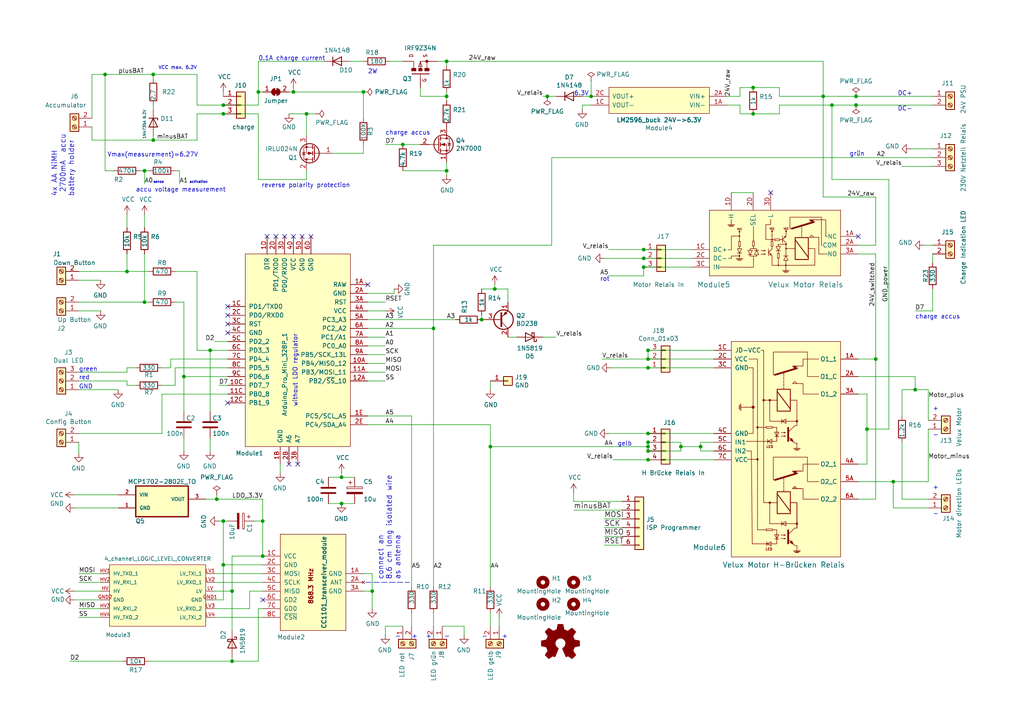
<source format=kicad_sch>
(kicad_sch (version 20211123) (generator eeschema)
  (paper "A4")
  (title_block (title "HM-LC-Bl1-FM_DG") (date "2023-07-14") (rev "1.2") (company "FUEL4EP") (comment 1 "24V Polwendeaktor für VELUX Rolladen AsksinPP PCB") (comment 2 "Creative Commons License, non-commercial") (comment 3 "Vorsicht 230V: Nutzung auf eigene Gefahr") (comment 4 "Nur für ausgebildete Elektrofachleute"))
  (junction (at 139.7 92.71))
  (junction (at 53.34 109.22))
  (junction (at 62.865 144.78))
  (junction (at 187.96 133.35))
  (junction (at 76.2 161.29))
  (junction (at 186.69 77.47))
  (junction (at 88.9 33.02))
  (junction (at 44.45 40.64))
  (junction (at 187.96 130.81))
  (junction (at 187.96 106.68))
  (junction (at 67.31 171.45))
  (junction (at 60.96 101.6))
  (junction (at 76.2 151.13))
  (junction (at 44.45 21.59))
  (junction (at 187.96 129.54))
  (junction (at 142.24 129.54))
  (junction (at 218.44 25.4))
  (junction (at 64.77 163.83))
  (junction (at 187.96 104.14))
  (junction (at 129.54 27.94))
  (junction (at 248.285 30.48))
  (junction (at 265.43 113.03))
  (junction (at 41.91 49.53))
  (junction (at 143.51 83.82))
  (junction (at 254 104.14))
  (junction (at 30.48 21.59))
  (junction (at 187.96 128.27))
  (junction (at 36.83 78.74))
  (junction (at 241.3 30.48))
  (junction (at 203.2 129.54))
  (junction (at 105.41 26.67))
  (junction (at 251.46 124.46))
  (junction (at 107.95 171.45))
  (junction (at 67.31 191.77))
  (junction (at 116.84 41.91))
  (junction (at 64.77 30.48))
  (junction (at 218.44 33.02))
  (junction (at 158.75 27.94))
  (junction (at 197.485 129.54))
  (junction (at 99.06 146.05))
  (junction (at 125.73 95.25))
  (junction (at 85.09 26.67))
  (junction (at 129.54 49.53))
  (junction (at 187.96 101.6))
  (junction (at 259.08 139.7))
  (junction (at 186.69 74.93))
  (junction (at 238.76 27.94))
  (junction (at 64.77 33.02))
  (junction (at 187.96 125.73))
  (junction (at 129.54 17.78))
  (junction (at 74.93 26.67))
  (junction (at 64.77 151.13))
  (junction (at 171.45 27.94))
  (junction (at 99.06 138.43))
  (junction (at 248.285 27.94))
  (junction (at 41.91 87.63))
  (junction (at 186.69 72.39))
  (no_connect (at 66.04 88.9))
  (no_connect (at 66.04 96.52))
  (no_connect (at 85.09 68.58))
  (no_connect (at 106.68 82.55))
  (no_connect (at 82.55 68.58))
  (no_connect (at 90.17 68.58))
  (no_connect (at 80.01 68.58))
  (no_connect (at 66.04 91.44))
  (no_connect (at 223.52 55.88))
  (no_connect (at 76.2 173.99))
  (no_connect (at 77.47 68.58))
  (no_connect (at 248.92 68.58))
  (no_connect (at 86.36 134.62))
  (no_connect (at 66.04 116.84))
  (no_connect (at 66.04 93.98))
  (no_connect (at 87.63 68.58))
  (no_connect (at 83.82 134.62))
  (wire (pts (xy 129.54 27.94) (xy 129.54 29.21)))
  (wire (pts (xy 43.18 191.77) (xy 67.31 191.77)))
  (wire (pts (xy 187.96 125.73) (xy 207.01 125.73)))
  (wire (pts (xy 238.76 27.94) (xy 248.285 27.94)))
  (wire (pts (xy 161.29 97.79) (xy 157.48 97.79)))
  (wire (pts (xy 119.38 181.61) (xy 119.38 177.8)))
  (wire (pts (xy 128.27 181.61) (xy 134.62 181.61)))
  (wire (pts (xy 265.43 109.22) (xy 265.43 113.03)))
  (wire (pts (xy 39.37 111.76) (xy 36.83 111.76)))
  (wire (pts (xy 62.23 179.07) (xy 76.2 179.07)))
  (wire (pts (xy 248.92 109.22) (xy 265.43 109.22)))
  (wire (pts (xy 76.2 161.29) (xy 76.2 151.13)))
  (wire (pts (xy 59.69 144.78) (xy 62.865 144.78)))
  (wire (pts (xy 22.86 125.73) (xy 46.99 125.73)))
  (wire (pts (xy 21.59 143.51) (xy 34.29 143.51)))
  (wire (pts (xy 29.21 176.53) (xy 22.86 176.53)))
  (wire (pts (xy 218.44 33.02) (xy 226.06 33.02)))
  (wire (pts (xy 144.78 179.07) (xy 144.78 181.61)))
  (wire (pts (xy 187.96 106.68) (xy 207.01 106.68)))
  (wire (pts (xy 226.06 27.94) (xy 238.76 27.94)))
  (wire (pts (xy 254 104.14) (xy 254 73.66)))
  (wire (pts (xy 238.76 17.78) (xy 238.76 27.94)))
  (wire (pts (xy 74.93 26.67) (xy 74.93 30.48)))
  (wire (pts (xy 67.31 161.29) (xy 76.2 161.29)))
  (wire (pts (xy 30.48 49.53) (xy 30.48 21.59)))
  (wire (pts (xy 44.45 30.48) (xy 44.45 31.75)))
  (wire (pts (xy 106.68 85.09) (xy 114.3 85.09)))
  (wire (pts (xy 143.51 83.82) (xy 147.32 83.82)))
  (wire (pts (xy 187.96 104.14) (xy 207.01 104.14)))
  (wire (pts (xy 99.06 138.43) (xy 102.87 138.43)))
  (wire (pts (xy 76.2 176.53) (xy 74.93 176.53)))
  (wire (pts (xy 30.48 21.59) (xy 44.45 21.59)))
  (wire (pts (xy 125.73 71.12) (xy 125.73 95.25)))
  (wire (pts (xy 60.96 119.38) (xy 60.96 101.6)))
  (wire (pts (xy 171.45 23.495) (xy 171.45 27.94)))
  (wire (pts (xy 50.8 106.68) (xy 50.8 111.76)))
  (wire (pts (xy 44.45 22.86) (xy 44.45 21.59)))
  (wire (pts (xy 134.62 181.61) (xy 134.62 184.15)))
  (wire (pts (xy 41.91 62.23) (xy 41.91 66.04)))
  (wire (pts (xy 214.63 27.94) (xy 214.63 25.4)))
  (wire (pts (xy 76.2 168.91) (xy 62.23 168.91)))
  (wire (pts (xy 66.04 151.13) (xy 64.77 151.13)))
  (wire (pts (xy 160.02 71.12) (xy 160.02 45.72)))
  (wire (pts (xy 46.99 106.68) (xy 49.53 106.68)))
  (wire (pts (xy 95.25 138.43) (xy 99.06 138.43)))
  (wire (pts (xy 111.76 181.61) (xy 111.76 184.15)))
  (wire (pts (xy 248.92 71.12) (xy 254 71.12)))
  (wire (pts (xy 180.34 145.415) (xy 166.37 145.415)))
  (wire (pts (xy 129.54 17.78) (xy 238.76 17.78)))
  (wire (pts (xy 41.91 49.53) (xy 41.91 53.34)))
  (wire (pts (xy 49.53 104.14) (xy 66.04 104.14)))
  (wire (pts (xy 35.56 191.77) (xy 20.32 191.77)))
  (wire (pts (xy 64.77 33.02) (xy 57.15 33.02)))
  (wire (pts (xy 74.93 17.78) (xy 74.93 26.67)))
  (wire (pts (xy 57.15 78.74) (xy 57.15 101.6)))
  (wire (pts (xy 26.67 40.64) (xy 26.67 36.83)))
  (wire (pts (xy 147.32 83.82) (xy 147.32 87.63)))
  (wire (pts (xy 270.51 73.66) (xy 270.51 76.2)))
  (wire (pts (xy 106.68 120.65) (xy 119.38 120.65)))
  (wire (pts (xy 248.92 114.3) (xy 251.46 114.3)))
  (wire (pts (xy 259.08 139.7) (xy 269.24 139.7)))
  (wire (pts (xy 180.34 158.115) (xy 175.26 158.115)))
  (wire (pts (xy 41.91 49.53) (xy 43.18 49.53)))
  (wire (pts (xy 248.92 139.7) (xy 259.08 139.7)))
  (wire (pts (xy 139.7 83.82) (xy 143.51 83.82)))
  (wire (pts (xy 64.77 173.99) (xy 62.23 173.99)))
  (wire (pts (xy 142.24 177.8) (xy 142.24 181.61)))
  (wire (pts (xy 166.37 147.955) (xy 180.34 147.955)))
  (wire (pts (xy 257.81 124.46) (xy 251.46 124.46)))
  (wire (pts (xy 57.15 40.64) (xy 44.45 40.64)))
  (wire (pts (xy 22.86 90.17) (xy 29.21 90.17)))
  (wire (pts (xy 64.77 151.13) (xy 63.5 151.13)))
  (wire (pts (xy 125.73 177.8) (xy 125.73 181.61)))
  (wire (pts (xy 57.15 21.59) (xy 57.15 30.48)))
  (wire (pts (xy 241.3 52.07) (xy 241.3 30.48)))
  (wire (pts (xy 26.67 21.59) (xy 30.48 21.59)))
  (wire (pts (xy 269.24 113.03) (xy 269.24 121.92)))
  (wire (pts (xy 270.51 43.18) (xy 264.16 43.18)))
  (wire (pts (xy 171.45 30.48) (xy 168.91 30.48)))
  (wire (pts (xy 99.06 146.05) (xy 102.87 146.05)))
  (wire (pts (xy 76.2 144.78) (xy 76.2 151.13)))
  (wire (pts (xy 187.96 101.6) (xy 187.96 104.14)))
  (wire (pts (xy 248.285 30.48) (xy 270.51 30.48)))
  (wire (pts (xy 22.86 78.74) (xy 36.83 78.74)))
  (wire (pts (xy 105.41 166.37) (xy 107.95 166.37)))
  (wire (pts (xy 186.69 74.93) (xy 200.66 74.93)))
  (wire (pts (xy 116.84 41.91) (xy 111.76 41.91)))
  (wire (pts (xy 57.15 101.6) (xy 60.96 101.6)))
  (wire (pts (xy 74.93 52.07) (xy 88.9 52.07)))
  (wire (pts (xy 26.67 34.29) (xy 26.67 21.59)))
  (wire (pts (xy 114.3 83.82) (xy 114.3 85.09)))
  (wire (pts (xy 105.41 41.91) (xy 105.41 44.45)))
  (wire (pts (xy 270.51 90.17) (xy 265.43 90.17)))
  (wire (pts (xy 66.04 99.06) (xy 62.23 99.06)))
  (wire (pts (xy 254 104.14) (xy 254 144.78)))
  (wire (pts (xy 36.83 62.23) (xy 36.83 66.04)))
  (wire (pts (xy 95.25 146.05) (xy 99.06 146.05)))
  (wire (pts (xy 139.7 91.44) (xy 139.7 92.71)))
  (wire (pts (xy 121.92 27.94) (xy 121.92 25.4)))
  (wire (pts (xy 106.68 110.49) (xy 111.76 110.49)))
  (wire (pts (xy 142.24 170.18) (xy 142.24 129.54)))
  (wire (pts (xy 261.62 144.78) (xy 269.24 144.78)))
  (wire (pts (xy 177.165 106.68) (xy 187.96 106.68)))
  (wire (pts (xy 207.01 101.6) (xy 187.96 101.6)))
  (wire (pts (xy 168.91 27.94) (xy 171.45 27.94)))
  (wire (pts (xy 72.39 176.53) (xy 62.23 176.53)))
  (wire (pts (xy 83.82 26.67) (xy 85.09 26.67)))
  (wire (pts (xy 85.09 26.67) (xy 105.41 26.67)))
  (wire (pts (xy 168.91 30.48) (xy 168.91 31.75)))
  (wire (pts (xy 36.83 73.66) (xy 36.83 78.74)))
  (wire (pts (xy 41.91 73.66) (xy 41.91 87.63)))
  (wire (pts (xy 212.09 55.88) (xy 218.44 55.88)))
  (wire (pts (xy 64.77 163.83) (xy 64.77 151.13)))
  (wire (pts (xy 203.2 129.54) (xy 197.485 129.54)))
  (wire (pts (xy 29.21 166.37) (xy 22.86 166.37)))
  (wire (pts (xy 44.45 40.64) (xy 26.67 40.64)))
  (wire (pts (xy 186.69 77.47) (xy 200.66 77.47)))
  (wire (pts (xy 67.31 191.77) (xy 74.93 191.77)))
  (wire (pts (xy 44.45 39.37) (xy 44.45 40.64)))
  (wire (pts (xy 106.68 107.95) (xy 111.76 107.95)))
  (wire (pts (xy 105.41 171.45) (xy 107.95 171.45)))
  (wire (pts (xy 238.76 57.15) (xy 238.76 27.94)))
  (wire (pts (xy 36.83 110.49) (xy 36.83 111.76)))
  (wire (pts (xy 76.2 163.83) (xy 64.77 163.83)))
  (wire (pts (xy 187.96 133.35) (xy 177.8 133.35)))
  (wire (pts (xy 218.44 25.4) (xy 226.06 25.4)))
  (wire (pts (xy 187.96 129.54) (xy 187.96 130.81)))
  (wire (pts (xy 176.53 72.39) (xy 186.69 72.39)))
  (wire (pts (xy 53.34 127) (xy 53.34 130.81)))
  (wire (pts (xy 29.21 179.07) (xy 22.86 179.07)))
  (wire (pts (xy 106.68 95.25) (xy 125.73 95.25)))
  (wire (pts (xy 29.21 168.91) (xy 22.86 168.91)))
  (wire (pts (xy 176.53 125.73) (xy 187.96 125.73)))
  (wire (pts (xy 46.99 114.3) (xy 46.99 125.73)))
  (wire (pts (xy 30.48 49.53) (xy 33.02 49.53)))
  (wire (pts (xy 160.02 45.72) (xy 270.51 45.72)))
  (wire (pts (xy 57.15 30.48) (xy 64.77 30.48)))
  (wire (pts (xy 22.86 87.63) (xy 41.91 87.63)))
  (wire (pts (xy 116.84 17.78) (xy 113.03 17.78)))
  (wire (pts (xy 197.485 130.81) (xy 197.485 129.54)))
  (wire (pts (xy 241.3 30.48) (xy 248.285 30.48)))
  (wire (pts (xy 175.26 74.93) (xy 186.69 74.93)))
  (wire (pts (xy 270.51 71.12) (xy 267.97 71.12)))
  (wire (pts (xy 270.51 83.82) (xy 270.51 90.17)))
  (wire (pts (xy 214.63 33.02) (xy 214.63 30.48)))
  (wire (pts (xy 76.2 171.45) (xy 72.39 171.45)))
  (wire (pts (xy 186.69 80.01) (xy 176.53 80.01)))
  (wire (pts (xy 116.84 49.53) (xy 129.54 49.53)))
  (wire (pts (xy 67.31 190.5) (xy 67.31 191.77)))
  (wire (pts (xy 88.9 49.53) (xy 88.9 52.07)))
  (wire (pts (xy 187.96 128.27) (xy 197.485 128.27)))
  (wire (pts (xy 226.06 30.48) (xy 241.3 30.48)))
  (wire (pts (xy 53.34 109.22) (xy 53.34 119.38)))
  (wire (pts (xy 107.95 171.45) (xy 107.95 176.53)))
  (wire (pts (xy 226.06 27.94) (xy 226.06 25.4)))
  (wire (pts (xy 22.86 107.95) (xy 36.83 107.95)))
  (polyline (pts (xy 106.045 168.91) (xy 118.745 168.91)))
  (wire (pts (xy 22.86 128.27) (xy 22.86 131.445)))
  (wire (pts (xy 107.95 166.37) (xy 107.95 171.45)))
  (wire (pts (xy 261.62 113.03) (xy 265.43 113.03)))
  (wire (pts (xy 187.96 130.81) (xy 197.485 130.81)))
  (wire (pts (xy 105.41 17.78) (xy 101.6 17.78)))
  (wire (pts (xy 210.82 27.94) (xy 214.63 27.94)))
  (wire (pts (xy 66.04 114.3) (xy 46.99 114.3)))
  (wire (pts (xy 127 17.78) (xy 129.54 17.78)))
  (wire (pts (xy 187.96 128.27) (xy 187.96 129.54)))
  (wire (pts (xy 106.68 97.79) (xy 111.76 97.79)))
  (wire (pts (xy 180.34 153.035) (xy 175.26 153.035)))
  (wire (pts (xy 106.68 87.63) (xy 111.76 87.63)))
  (wire (pts (xy 36.83 107.95) (xy 36.83 106.68)))
  (wire (pts (xy 64.77 30.48) (xy 74.93 30.48)))
  (wire (pts (xy 142.24 129.54) (xy 187.96 129.54)))
  (wire (pts (xy 203.2 130.81) (xy 207.01 130.81)))
  (wire (pts (xy 265.43 113.03) (xy 269.24 113.03)))
  (wire (pts (xy 161.29 27.94) (xy 158.75 27.94)))
  (wire (pts (xy 106.68 92.71) (xy 132.08 92.71)))
  (wire (pts (xy 248.92 104.14) (xy 254 104.14)))
  (wire (pts (xy 149.86 97.79) (xy 147.32 97.79)))
  (wire (pts (xy 203.2 129.54) (xy 203.2 130.81)))
  (wire (pts (xy 218.44 33.02) (xy 214.63 33.02)))
  (wire (pts (xy 88.9 33.02) (xy 91.44 33.02)))
  (wire (pts (xy 186.69 77.47) (xy 186.69 80.01)))
  (wire (pts (xy 254 71.12) (xy 254 57.15)))
  (wire (pts (xy 34.29 113.03) (xy 22.86 113.03)))
  (wire (pts (xy 125.73 170.18) (xy 125.73 95.25)))
  (wire (pts (xy 203.2 128.27) (xy 203.2 129.54)))
  (wire (pts (xy 76.2 166.37) (xy 62.23 166.37)))
  (wire (pts (xy 76.2 26.67) (xy 74.93 26.67)))
  (wire (pts (xy 261.62 120.65) (xy 261.62 113.03)))
  (wire (pts (xy 60.96 101.6) (xy 66.04 101.6)))
  (wire (pts (xy 116.84 181.61) (xy 111.76 181.61)))
  (wire (pts (xy 121.92 41.91) (xy 116.84 41.91)))
  (wire (pts (xy 74.93 33.02) (xy 64.77 33.02)))
  (wire (pts (xy 106.68 100.33) (xy 111.76 100.33)))
  (wire (pts (xy 44.45 21.59) (xy 57.15 21.59)))
  (wire (pts (xy 214.63 30.48) (xy 210.82 30.48)))
  (wire (pts (xy 50.8 111.76) (xy 46.99 111.76)))
  (wire (pts (xy 67.31 171.45) (xy 62.23 171.45)))
  (wire (pts (xy 53.34 109.22) (xy 53.34 87.63)))
  (wire (pts (xy 248.285 27.94) (xy 270.51 27.94)))
  (wire (pts (xy 53.34 87.63) (xy 50.8 87.63)))
  (wire (pts (xy 64.77 26.67) (xy 64.77 27.94)))
  (wire (pts (xy 52.07 49.53) (xy 52.07 53.34)))
  (wire (pts (xy 197.485 129.54) (xy 197.485 128.27)))
  (wire (pts (xy 125.73 71.12) (xy 160.02 71.12)))
  (wire (pts (xy 106.68 102.87) (xy 111.76 102.87)))
  (wire (pts (xy 186.69 72.39) (xy 200.66 72.39)))
  (wire (pts (xy 129.54 19.05) (xy 129.54 17.78)))
  (wire (pts (xy 60.96 127) (xy 60.96 130.81)))
  (wire (pts (xy 106.68 90.17) (xy 111.76 90.17)))
  (wire (pts (xy 34.29 147.32) (xy 21.59 147.32)))
  (wire (pts (xy 39.37 106.68) (xy 36.83 106.68)))
  (wire (pts (xy 106.68 123.19) (xy 142.24 123.19)))
  (wire (pts (xy 269.24 147.32) (xy 259.08 147.32)))
  (wire (pts (xy 50.8 78.74) (xy 57.15 78.74)))
  (wire (pts (xy 43.18 78.74) (xy 36.83 78.74)))
  (wire (pts (xy 22.86 81.28) (xy 29.21 81.28)))
  (wire (pts (xy 254 144.78) (xy 248.92 144.78)))
  (wire (pts (xy 72.39 171.45) (xy 72.39 176.53)))
  (wire (pts (xy 74.93 33.02) (xy 74.93 52.07)))
  (wire (pts (xy 142.24 113.03) (xy 142.24 110.49)))
  (wire (pts (xy 174.625 104.14) (xy 187.96 104.14)))
  (wire (pts (xy 50.8 49.53) (xy 52.07 49.53)))
  (wire (pts (xy 105.41 34.29) (xy 105.41 26.67)))
  (wire (pts (xy 66.04 111.76) (xy 63.5 111.76)))
  (wire (pts (xy 187.96 133.35) (xy 207.01 133.35)))
  (wire (pts (xy 66.04 106.68) (xy 50.8 106.68)))
  (wire (pts (xy 257.81 52.07) (xy 257.81 124.46)))
  (wire (pts (xy 81.28 134.62) (xy 81.28 137.16)))
  (wire (pts (xy 238.76 57.15) (xy 254 57.15)))
  (wire (pts (xy 251.46 124.46) (xy 251.46 134.62)))
  (wire (pts (xy 129.54 49.53) (xy 129.54 50.8)))
  (wire (pts (xy 251.46 134.62) (xy 248.92 134.62)))
  (wire (pts (xy 270.51 48.26) (xy 261.62 48.26)))
  (wire (pts (xy 40.64 49.53) (xy 41.91 49.53)))
  (wire (pts (xy 64.77 163.83) (xy 64.77 173.99)))
  (wire (pts (xy 180.34 155.575) (xy 175.26 155.575)))
  (wire (pts (xy 143.51 82.55) (xy 143.51 83.82)))
  (wire (pts (xy 254 73.66) (xy 248.92 73.66)))
  (wire (pts (xy 67.31 182.88) (xy 67.31 171.45)))
  (wire (pts (xy 105.41 44.45) (xy 96.52 44.45)))
  (wire (pts (xy 259.08 147.32) (xy 259.08 139.7)))
  (wire (pts (xy 129.54 26.67) (xy 129.54 27.94)))
  (wire (pts (xy 88.9 39.37) (xy 88.9 33.02)))
  (wire (pts (xy 207.01 128.27) (xy 203.2 128.27)))
  (wire (pts (xy 74.93 176.53) (xy 74.93 191.77)))
  (wire (pts (xy 88.9 33.02) (xy 83.82 33.02)))
  (wire (pts (xy 49.53 106.68) (xy 49.53 104.14)))
  (wire (pts (xy 166.37 145.415) (xy 166.37 142.875)))
  (wire (pts (xy 85.09 25.4) (xy 85.09 26.67)))
  (wire (pts (xy 22.86 110.49) (xy 36.83 110.49)))
  (wire (pts (xy 226.06 33.02) (xy 226.06 30.48)))
  (wire (pts (xy 106.68 105.41) (xy 111.76 105.41)))
  (wire (pts (xy 158.75 27.94) (xy 157.48 27.94)))
  (wire (pts (xy 180.34 150.495) (xy 175.26 150.495)))
  (wire (pts (xy 66.04 109.22) (xy 53.34 109.22)))
  (wire (pts (xy 73.66 151.13) (xy 76.2 151.13)))
  (wire (pts (xy 269.24 124.46) (xy 269.24 139.7)))
  (wire (pts (xy 99.06 137.16) (xy 99.06 138.43)))
  (wire (pts (xy 93.98 17.78) (xy 74.93 17.78)))
  (wire (pts (xy 119.38 170.18) (xy 119.38 120.65)))
  (wire (pts (xy 41.91 87.63) (xy 43.18 87.63)))
  (wire (pts (xy 67.31 161.29) (xy 67.31 171.45)))
  (wire (pts (xy 21.59 173.99) (xy 29.21 173.99)))
  (wire (pts (xy 129.54 49.53) (xy 129.54 46.99)))
  (wire (pts (xy 21.59 171.45) (xy 29.21 171.45)))
  (wire (pts (xy 57.15 33.02) (xy 57.15 40.64)))
  (wire (pts (xy 214.63 25.4) (xy 218.44 25.4)))
  (wire (pts (xy 62.865 144.78) (xy 76.2 144.78)))
  (wire (pts (xy 142.24 129.54) (xy 142.24 123.19)))
  (wire (pts (xy 261.62 144.78) (xy 261.62 128.27)))
  (wire (pts (xy 62.865 143.51) (xy 62.865 144.78)))
  (wire (pts (xy 251.46 114.3) (xy 251.46 124.46)))
  (wire (pts (xy 129.54 27.94) (xy 121.92 27.94)))
  (wire (pts (xy 257.81 52.07) (xy 241.3 52.07)))
  (text "DC+" (at 260.35 27.94 0) (effects (font (size 1.27 1.27)) (justify left bottom)))
  (text "rot\n\n" (at 173.99 83.82 0) (effects (font (size 1.27 1.27)) (justify left bottom)))
  (text "charge accus" (at 265.43 92.71 0) (effects (font (size 1.27 1.27)) (justify left bottom)))
  (text "GND" (at 22.86 113.03 0) (effects (font (size 1.27 1.27)) (justify left bottom)))
  (text "green\n" (at 22.86 107.95 0) (effects (font (size 1.27 1.27)) (justify left bottom)))
  (text "accu voltage measurement\n" (at 39.37 55.88 0) (effects (font (size 1.27 1.27)) (justify left bottom)))
  (text "-\n" (at 139.7 185.42 0) (effects (font (size 1.27 1.27)) (justify left bottom)))
  (text "VCC max. 6.2V\n" (at 57.15 20.32 180) (effects (font (size 0.9906 0.9906)) (justify right bottom)))
  (text "-" (at 270.51 127 0) (effects (font (size 1.27 1.27)) (justify left bottom)))
  (text "-\n" (at 128.778 185.42 0) (effects (font (size 1.27 1.27)) (justify left bottom)))
  (text "red\n\n" (at 22.86 112.395 0) (effects (font (size 1.27 1.27)) (justify left bottom)))
  (text "connect an\n8.6 cm long isolated wire\nas antenna" (at 116.205 168.275 90) (effects (font (size 1.524 1.524)) (justify left bottom)))
  (text "4x AA NiMH\n 2700mA  accu\nbattery holder\n" (at 21.59 57.15 90) (effects (font (size 1.524 1.524)) (justify left bottom)))
  (text "charge accus" (at 111.76 39.37 0) (effects (font (size 1.27 1.27)) (justify left bottom)))
  (text "+\n" (at 270.51 142.24 0) (effects (font (size 1.27 1.27)) (justify left bottom)))
  (text "grün\n" (at 246.38 45.466 0) (effects (font (size 1.27 1.27)) (justify left bottom)))
  (text "reverse polarity protection\n" (at 101.6 54.61 180) (effects (font (size 1.27 1.27)) (justify right bottom)))
  (text "2W" (at 106.68 21.59 0) (effects (font (size 1.27 1.27)) (justify left bottom)))
  (text "0.1A charge current\n" (at 74.93 17.78 0) (effects (font (size 1.27 1.27)) (justify left bottom)))
  (text "+\n" (at 270.51 119.38 0) (effects (font (size 1.27 1.27)) (justify left bottom)))
  (text "-\n" (at 270.51 149.86 0) (effects (font (size 1.27 1.27)) (justify left bottom)))
  (text "+\n" (at 123.444 185.42 0) (effects (font (size 1.27 1.27)) (justify left bottom)))
  (text "+" (at 145.542 185.42 0) (effects (font (size 1.27 1.27)) (justify left bottom)))
  (text "without LDO regulator" (at 86.36 118.11 90) (effects (font (size 1.27 1.27)) (justify left bottom)))
  (text "+\n" (at 119.38 185.42 0) (effects (font (size 1.27 1.27)) (justify left bottom)))
  (text "activation" (at 60.325 53.34 180) (effects (font (size 0.7112 0.7112)) (justify right bottom)))
  (text "6.3V\n" (at 170.815 27.94 180) (effects (font (size 1.27 1.27)) (justify right bottom)))
  (text "Vmax(measurement)=6.27V" (at 31.115 45.72 0) (effects (font (size 1.27 1.27)) (justify left bottom)))
  (text "-\n" (at 114.554 185.42 0) (effects (font (size 1.27 1.27)) (justify left bottom)))
  (text "DC-\n" (at 260.35 32.385 0) (effects (font (size 1.27 1.27)) (justify left bottom)))
  (text "gelb\n" (at 179.07 129.54 0) (effects (font (size 1.27 1.27)) (justify left bottom)))
  (text "sense" (at 47.625 53.34 180) (effects (font (size 0.7112 0.7112)) (justify right bottom)))
  (label "MISO" (at 175.26 155.575 0) (effects (font (size 1.524 1.524))))
  (label "A4" (at 177.8 129.54 180))
  (label "V_relais" (at 157.48 27.94 180))
  (label "SS" (at 22.86 179.07 0))
  (label "V_relais" (at 177.8 133.35 180))
  (label "A2" (at 125.73 165.1 0))
  (label "24V_raw" (at 245.745 57.15 0))
  (label "A5" (at 119.38 165.1 0))
  (label "Motor_minus" (at 269.24 133.35 0))
  (label "SS" (at 111.76 110.49 0))
  (label "A0" (at 41.91 53.34 0))
  (label "MOSI" (at 175.26 150.495 0) (effects (font (size 1.524 1.524))))
  (label "Motor_plus" (at 269.24 115.57 0))
  (label "minusBAT" (at 54.61 40.64 180))
  (label "A5" (at 111.76 120.65 0))
  (label "A2" (at 254.254 45.72 0))
  (label "MISO" (at 22.86 176.53 0))
  (label "D7" (at 63.5 111.76 0))
  (label "24V_raw" (at 212.09 27.94 90))
  (label "A5" (at 176.53 80.01 180))
  (label "A3" (at 111.76 92.71 0))
  (label "SCK" (at 111.76 102.87 0))
  (label "D7" (at 111.76 41.91 0))
  (label "LDO_3.3V" (at 67.31 144.78 0))
  (label "plusBAT" (at 34.29 21.59 0))
  (label "A0" (at 111.76 100.33 0))
  (label "V_relais" (at 176.53 72.39 180))
  (label "A3" (at 129.54 92.71 0))
  (label "24V_switched" (at 254 88.9 90))
  (label "MOSI" (at 22.86 166.37 0))
  (label "D2" (at 62.23 99.06 180))
  (label "V_relais" (at 174.625 104.14 0))
  (label "V_relais" (at 261.62 48.26 180))
  (label "A1" (at 52.07 53.34 0))
  (label "24V_raw" (at 135.89 17.78 0))
  (label "MOSI" (at 111.76 107.95 0))
  (label "minusBAT" (at 166.37 147.955 0) (effects (font (size 1.524 1.524))))
  (label "A1" (at 111.76 97.79 0))
  (label "GND_power" (at 257.81 87.63 90))
  (label "D7" (at 265.43 90.17 0))
  (label "MISO" (at 111.76 105.41 0))
  (label "SCK" (at 175.26 153.035 0) (effects (font (size 1.524 1.524))))
  (label "A4" (at 142.24 165.1 0))
  (label "A4" (at 111.76 123.19 0))
  (label "RSET" (at 111.76 87.63 0))
  (label "SCK" (at 22.86 168.91 0))
  (label "RSET" (at 175.26 158.115 0) (effects (font (size 1.524 1.524))))
  (label "A2" (at 111.76 95.25 0))
  (label "D2" (at 20.32 191.77 0))
  (label "V_relais" (at 161.29 97.79 0))
  (symbol (lib_id "Device:R") (at 43.18 106.68 90) (mirror x) (unit 1)
    (property "Reference" "R1" (at 43.18 108.712 90))
    (property "Value" "330" (at 43.18 106.68 90))
    (property "Footprint" "Resistor_THT:R_Axial_DIN0204_L3.6mm_D1.6mm_P5.08mm_Horizontal" (effects hide))
  )
  (symbol (lib_id "power:GND") (at 83.82 33.02 0) (unit 1)
    (property "Reference" "#PWR05" (effects hide))
    (property "Value" "GND" (at 83.82 36.83 0))
  )
  (symbol (lib_id "Device:C_Polarized") (at 69.85 151.13 270) (unit 1)
    (property "Reference" "C1" (at 72.39 151.765 0) (effects (justify left)))
    (property "Value" "10uF" (at 67.31 151.765 0) (effects (justify left)))
    (property "Footprint" "Capacitor_THT:CP_Radial_D5.0mm_P2.50mm" (effects hide))
  )
  (symbol (lib_id "Device:Q_NMOS_GDS") (at 91.44 44.45 180) (unit 1)
    (property "Reference" "Q1" (at 86.36 45.72 0) (effects (justify left)))
    (property "Value" "IRLU024N" (at 86.36 43.18 0) (effects (justify left)))
    (property "Footprint" "Package_TO_SOT_THT:TO-251-3_Vertical" (effects hide))
  )
  (symbol (lib_id "Device:R") (at 105.41 38.1 0) (unit 1)
    (property "Reference" "R3" (at 107.442 38.1 90))
    (property "Value" "100K" (at 105.41 38.1 90))
    (property "Footprint" "Resistor_THT:R_Axial_DIN0204_L3.6mm_D1.6mm_P5.08mm_Horizontal" (effects hide))
  )
  (symbol (lib_id "Connector_Generic:Conn_01x03") (at 69.85 30.48 0) (unit 1)
    (property "Reference" "J10" (at 67.945 24.765 0) (effects (justify left)))
    (property "Value" "charge" (at 67.31 36.83 0) (effects (justify left)))
    (property "Footprint" "Connector_PinHeader_2.54mm:PinHeader_1x03_P2.54mm_Vertical" (effects hide))
  )
  (symbol (lib_id "Connector_Generic:Conn_01x06") (at 185.42 150.495 0) (unit 1)
    (property "Reference" "J5" (at 187.452 150.6982 0) (effects (justify left)))
    (property "Value" "ISP Programmer" (at 187.452 153.0096 0) (effects (justify left)))
    (property "Footprint" "Connector_PinHeader_2.54mm:PinHeader_1x06_P2.54mm_Vertical" (effects hide))
  )
  (symbol (lib_id "power:GND") (at 63.5 151.13 270) (unit 1)
    (property "Reference" "#PWR09" (effects hide))
    (property "Value" "GND" (at 59.1058 151.257 0))
  )
  (symbol (lib_id "power:GND") (at 107.95 176.53 0) (unit 1)
    (property "Reference" "#PWR0107" (effects hide))
    (property "Value" "GND" (at 108.077 180.9242 0))
  )
  (symbol (lib_id "Graphic:Logo_Open_Hardware_Small") (at 162.56 186.69 0) (unit 1)
    (property "Reference" "LOGO1" (effects hide))
    (property "Value" "Logo_Open_Hardware_Small" (effects hide))
    (property "Footprint" "FUEL4EP:CC-BY-ND-SA" (effects hide))
  )
  (symbol (lib_id "power:VCC") (at 166.37 142.875 0) (unit 1)
    (property "Reference" "#PWR0103" (effects hide))
    (property "Value" "VCC" (at 166.751 138.4808 0))
  )
  (symbol (lib_id "power:VCC") (at 64.77 26.67 0) (unit 1)
    (property "Reference" "#PWR0109" (effects hide))
    (property "Value" "VCC" (at 65.151 22.2758 0))
  )
  (symbol (lib_id "power:PWR_FLAG") (at 91.44 33.02 270) (unit 1)
    (property "Reference" "#FLG0101" (effects hide))
    (property "Value" "PWR_FLAG" (at 91.44 35.56 90) (effects (justify left)))
  )
  (symbol (lib_id "FUEL4EP:Arduino_Pro_Mini_328P_1") (at 71.12 129.54 0) (unit 1)
    (property "Reference" "Module1" (at 72.39 131.445 0))
    (property "Value" "Arduino_Pro_Mini_328P_1" (at 82.55 108.585 90))
    (property "Footprint" "FUEL4EP:ArduinoProMini" (effects hide))
    (property "Datasheet" "https://www.tindie.com/products/prominimicros/pro-mini-xl-v2-atmega-1284p/" (effects hide))
  )
  (symbol (lib_id "Device:R") (at 43.18 111.76 90) (mirror x) (unit 1)
    (property "Reference" "R7" (at 43.18 113.792 90))
    (property "Value" "330" (at 43.18 111.76 90))
    (property "Footprint" "Resistor_THT:R_Axial_DIN0204_L3.6mm_D1.6mm_P5.08mm_Horizontal" (effects hide))
  )
  (symbol (lib_id "Diode:1N5819") (at 153.67 97.79 180) (unit 1)
    (property "Reference" "D6" (at 153.67 103.3018 0))
    (property "Value" "1N5819" (at 153.67 100.9904 0))
    (property "Footprint" "Diode_THT:D_DO-41_SOD81_P10.16mm_Horizontal" (effects hide))
    (property "Datasheet" "http://www.vishay.com/docs/88525/1n5817.pdf" (effects hide))
  )
  (symbol (lib_id "Device:R") (at 261.62 124.46 0) (unit 1)
    (property "Reference" "R16" (at 263.398 123.2916 0) (effects (justify left)))
    (property "Value" "1.2k" (at 261.62 127 90) (effects (justify left)))
    (property "Footprint" "Resistor_THT:R_Axial_DIN0204_L3.6mm_D1.6mm_P5.08mm_Horizontal" (effects hide))
  )
  (symbol (lib_id "power:GND") (at 34.29 113.03 0) (mirror y) (unit 1)
    (property "Reference" "#PWR0101" (effects hide))
    (property "Value" "GND" (at 34.163 117.4242 0))
  )
  (symbol (lib_id "Device:R") (at 139.7 87.63 0) (unit 1)
    (property "Reference" "R14" (at 141.478 86.4616 0) (effects (justify left)))
    (property "Value" "1k" (at 139.7 88.9 90) (effects (justify left)))
    (property "Footprint" "Resistor_THT:R_Axial_DIN0204_L3.6mm_D1.6mm_P5.08mm_Horizontal" (effects hide))
  )
  (symbol (lib_id "Device:R") (at 135.89 92.71 90) (unit 1)
    (property "Reference" "R13" (at 134.7216 90.932 0) (effects (justify left)))
    (property "Value" "1k" (at 137.16 92.71 90) (effects (justify left)))
    (property "Footprint" "Resistor_THT:R_Axial_DIN0204_L3.6mm_D1.6mm_P5.08mm_Horizontal" (effects hide))
  )
  (symbol (lib_id "Device:R") (at 36.83 49.53 270) (unit 1)
    (property "Reference" "R2" (at 33.02 52.07 90) (effects (justify left)))
    (property "Value" "470k" (at 34.29 49.53 90) (effects (justify left)))
    (property "Footprint" "Resistor_THT:R_Axial_DIN0204_L3.6mm_D1.6mm_P7.62mm_Horizontal" (effects hide))
  )
  (symbol (lib_id "Device:R") (at 46.99 49.53 270) (unit 1)
    (property "Reference" "R4" (at 44.45 46.99 90) (effects (justify left)))
    (property "Value" "100k" (at 44.45 49.53 90) (effects (justify left)))
    (property "Footprint" "Resistor_THT:R_Axial_DIN0204_L3.6mm_D1.6mm_P5.08mm_Horizontal" (effects hide))
  )
  (symbol (lib_id "Device:C") (at 95.25 142.24 0) (unit 1)
    (property "Reference" "C4" (at 91.44 139.7 0) (effects (justify left)))
    (property "Value" "100n" (at 88.9 144.78 0) (effects (justify left)))
    (property "Footprint" "Capacitor_THT:C_Disc_D7.5mm_W2.5mm_P5.00mm" (effects hide))
  )
  (symbol (lib_id "Device:C_Polarized") (at 102.87 142.24 0) (unit 1)
    (property "Reference" "C5" (at 105.41 139.7 0) (effects (justify left)))
    (property "Value" "10u" (at 105.41 144.78 0) (effects (justify left)))
    (property "Footprint" "Capacitor_THT:CP_Radial_D5.0mm_P2.00mm" (effects hide))
  )
  (symbol (lib_id "FUEL4EP:2_channel_relay_module") (at 212.09 99.06 0) (unit 1)
    (property "Reference" "Module6" (at 205.74 158.75 0) (effects (font (size 1.524 1.524))))
    (property "Value" "Velux Motor H-Brücken Relais" (at 227.33 163.83 0) (effects (font (size 1.524 1.524))))
    (property "Footprint" "FUEL4EP:2_channel_relay_module" (effects hide))
    (property "Datasheet" "http://s3.amazonaws.com/s3.image.smart/download/101-70-100/2%2Brelay.rar" (effects hide))
  )
  (symbol (lib_id "Device:R") (at 218.44 29.21 0) (unit 1)
    (property "Reference" "R15" (at 220.218 28.0416 0) (effects (justify left)))
    (property "Value" "1k" (at 218.44 30.48 90) (effects (justify left)))
    (property "Footprint" "Resistor_THT:R_Axial_DIN0204_L3.6mm_D1.6mm_P5.08mm_Horizontal" (effects hide))
  )
  (symbol (lib_id "power:GND") (at 22.86 131.445 0) (mirror y) (unit 1)
    (property "Reference" "#PWR0102" (effects hide))
    (property "Value" "GND" (at 22.733 135.8392 0))
  )
  (symbol (lib_id "Transistor_FET:2N7000") (at 127 41.91 0) (unit 1)
    (property "Reference" "Q4" (at 132.1816 40.7416 0) (effects (justify left)))
    (property "Value" "2N7000" (at 132.1816 43.053 0) (effects (justify left)))
    (property "Footprint" "Package_TO_SOT_THT:TO-92_Inline" (effects hide))
    (property "Datasheet" "https://www.vishay.com/docs/70226/70226.pdf" (effects hide))
  )
  (symbol (lib_id "FUEL4EP:1_channel_relay_module") (at 205.74 60.96 0) (unit 1)
    (property "Reference" "Module5" (at 207.01 82.55 0) (effects (font (size 1.524 1.524))))
    (property "Value" "Velux Motor Relais" (at 233.68 82.55 0) (effects (font (size 1.524 1.524))))
    (property "Footprint" "FUEL4EP:1_channel_relay_module" (effects hide))
    (property "Datasheet" "https://www.mcucity.com/product/2413/12v-1-2-4-8-channel-12v-relay-module-optocoupler-isolation-support-hgh-and-low-level-trigger" (effects hide))
  )
  (symbol (lib_id "Device:R") (at 36.83 69.85 0) (unit 1)
    (property "Reference" "R5" (at 38.608 68.6816 0) (effects (justify left)))
    (property "Value" "10k" (at 36.83 71.755 90) (effects (justify left)))
    (property "Footprint" "Resistor_THT:R_Axial_DIN0204_L3.6mm_D1.6mm_P5.08mm_Horizontal" (effects hide))
  )
  (symbol (lib_id "Device:R") (at 41.91 69.85 0) (unit 1)
    (property "Reference" "R6" (at 43.688 68.6816 0) (effects (justify left)))
    (property "Value" "10k" (at 41.91 71.755 90) (effects (justify left)))
    (property "Footprint" "Resistor_THT:R_Axial_DIN0204_L3.6mm_D1.6mm_P5.08mm_Horizontal" (effects hide))
  )
  (symbol (lib_id "Device:R") (at 46.99 87.63 270) (unit 1)
    (property "Reference" "R9" (at 46.99 85.09 90))
    (property "Value" "470" (at 46.99 87.63 90))
    (property "Footprint" "Resistor_THT:R_Axial_DIN0204_L3.6mm_D1.6mm_P5.08mm_Horizontal" (effects hide))
  )
  (symbol (lib_id "Device:R") (at 46.99 78.74 270) (unit 1)
    (property "Reference" "R8" (at 46.99 76.2 90))
    (property "Value" "470" (at 46.99 78.74 90))
    (property "Footprint" "Resistor_THT:R_Axial_DIN0204_L3.6mm_D1.6mm_P5.08mm_Horizontal" (effects hide))
  )
  (symbol (lib_id "FUEL4EP:IRF9Z34N") (at 121.92 20.32 90) (unit 1)
    (property "Reference" "Q3" (at 118.11 22.86 90))
    (property "Value" "IRF9Z34N" (at 121.92 13.9446 90))
    (property "Footprint" "FUEL4EP:TO220V" (effects hide))
  )
  (symbol (lib_id "Connector:Screw_Terminal_01x02") (at 274.32 147.32 0) (mirror x) (unit 1)
    (property "Reference" "J14" (at 273.304 150.368 0) (effects (justify left)))
    (property "Value" "Motor direction LEDs" (at 278.13 135.89 90) (effects (justify left)))
    (property "Footprint" "TerminalBlock_Phoenix:TerminalBlock_Phoenix_MKDS-1,5-2-5.08_1x02_P5.08mm_Horizontal" (effects hide))
  )
  (symbol (lib_id "Diode:1N5819") (at 67.31 186.69 270) (unit 1)
    (property "Reference" "D2" (at 64.77 184.15 0))
    (property "Value" "1N5819" (at 70.358 185.928 0))
    (property "Footprint" "Diode_THT:D_DO-41_SOD81_P10.16mm_Horizontal" (effects hide))
    (property "Datasheet" "http://www.vishay.com/docs/88525/1n5817.pdf" (effects hide))
  )
  (symbol (lib_id "Diode:1N4148") (at 97.79 17.78 0) (unit 1)
    (property "Reference" "D10" (at 100.33 20.32 0))
    (property "Value" "1N4148" (at 97.79 14.5796 0))
    (property "Footprint" "Diode_THT:D_DO-35_SOD27_P7.62mm_Horizontal" (effects hide))
    (property "Datasheet" "https://assets.nexperia.com/documents/data-sheet/1N4148_1N4448.pdf" (effects hide))
  )
  (symbol (lib_id "Device:R") (at 109.22 17.78 270) (unit 1)
    (property "Reference" "R18" (at 107.95 15.24 90))
    (property "Value" "180" (at 109.22 17.78 90))
    (property "Footprint" "Resistor_THT:R_Axial_DIN0614_L14.3mm_D5.7mm_P15.24mm_Horizontal" (effects hide))
  )
  (symbol (lib_id "Transistor_BJT:BD238") (at 144.78 92.71 0) (mirror x) (unit 1)
    (property "Reference" "Q2" (at 149.6568 91.5416 0) (effects (justify left)))
    (property "Value" "BD238" (at 149.6568 93.853 0) (effects (justify left)))
    (property "Footprint" "Package_TO_SOT_THT:TO-126-3_Vertical" (effects hide))
    (property "Datasheet" "http://www.electronica-pt.com/datasheets/bd/BD234.pdf" (effects hide))
  )
  (symbol (lib_id "Connector:Screw_Terminal_01x03") (at 275.59 45.72 0) (unit 1)
    (property "Reference" "J12" (at 274.32 39.37 0))
    (property "Value" "230V Netzteil Relais" (at 279.4 45.72 90))
    (property "Footprint" "TerminalBlock_Phoenix:TerminalBlock_Phoenix_MKDS-1,5-3-5.08_1x03_P5.08mm_Horizontal" (effects hide))
  )
  (symbol (lib_id "power:VCC") (at 36.83 62.23 0) (unit 1)
    (property "Reference" "#PWR0108" (effects hide))
    (property "Value" "VCC" (at 37.211 57.8358 0))
  )
  (symbol (lib_id "power:VCC") (at 41.91 62.23 0) (unit 1)
    (property "Reference" "#PWR0110" (effects hide))
    (property "Value" "VCC" (at 42.291 57.8358 0))
  )
  (symbol (lib_id "Mechanical:MountingHole") (at 166.37 175.26 0) (unit 1)
    (property "Reference" "H4" (at 168.91 174.0916 0) (effects (justify left)))
    (property "Value" "MountingHole" (at 163.83 177.8 0) (effects (justify left)))
    (property "Footprint" "FUEL4EP:MountingHole_M3" (effects hide))
  )
  (symbol (lib_id "Connector_Generic:Conn_01x03") (at 191.77 74.93 0) (unit 1)
    (property "Reference" "J17" (at 190.5 68.58 0) (effects (justify left)))
    (property "Value" "Motor Relais In" (at 183.515 82.55 0) (effects (justify left)))
    (property "Footprint" "Connector_PinHeader_2.54mm:PinHeader_1x03_P2.54mm_Vertical" (effects hide))
  )
  (symbol (lib_id "Device:R") (at 129.54 22.86 0) (unit 1)
    (property "Reference" "R20" (at 131.318 21.6916 0) (effects (justify left)))
    (property "Value" "1k" (at 129.54 25.4 90) (effects (justify left)))
    (property "Footprint" "Resistor_THT:R_Axial_DIN0204_L3.6mm_D1.6mm_P5.08mm_Horizontal" (effects hide))
  )
  (symbol (lib_id "Device:C") (at 53.34 123.19 0) (unit 1)
    (property "Reference" "C2" (at 53.975 121.285 0) (effects (justify left)))
    (property "Value" "100n" (at 48.26 125.73 0) (effects (justify left)))
    (property "Footprint" "Capacitor_THT:C_Disc_D7.5mm_W2.5mm_P5.00mm" (effects hide))
  )
  (symbol (lib_id "Jumper:SolderJumper_2_Bridged") (at 80.01 26.67 0) (unit 1)
    (property "Reference" "JP1" (at 80.01 22.86 0))
    (property "Value" "Jumper" (at 80.01 29.21 0))
    (property "Footprint" "Jumper:SolderJumper-2_P1.3mm_Bridged2Bar_Pad1.0x1.5mm" (effects hide))
  )
  (symbol (lib_id "Device:C") (at 60.96 123.19 0) (unit 1)
    (property "Reference" "C3" (at 61.595 121.285 0) (effects (justify left)))
    (property "Value" "100n" (at 61.595 125.73 0) (effects (justify left)))
    (property "Footprint" "Capacitor_THT:C_Disc_D7.5mm_W2.5mm_P5.00mm" (effects hide))
  )
  (symbol (lib_id "power:GND") (at 53.34 130.81 0) (mirror y) (unit 1)
    (property "Reference" "#PWR0111" (effects hide))
    (property "Value" "GND" (at 53.213 135.2042 0))
  )
  (symbol (lib_id "Connector_Generic:Conn_01x03") (at 193.04 104.14 0) (mirror x) (unit 1)
    (property "Reference" "J18" (at 190.9572 95.885 0))
    (property "Value" "Conn_01x03" (at 190.9572 98.1964 0))
    (property "Footprint" "Connector_PinHeader_2.54mm:PinHeader_1x03_P2.54mm_Vertical" (effects hide))
  )
  (symbol (lib_id "Device:R") (at 129.54 33.02 0) (unit 1)
    (property "Reference" "R21" (at 131.318 31.8516 0) (effects (justify left)))
    (property "Value" "2.7k" (at 129.54 35.56 90) (effects (justify left)))
    (property "Footprint" "Resistor_THT:R_Axial_DIN0204_L3.6mm_D1.6mm_P5.08mm_Horizontal" (effects hide))
  )
  (symbol (lib_id "power:GND") (at 60.96 130.81 0) (mirror y) (unit 1)
    (property "Reference" "#PWR0112" (effects hide))
    (property "Value" "GND" (at 60.833 135.2042 0))
  )
  (symbol (lib_id "Device:R") (at 116.84 45.72 0) (unit 1)
    (property "Reference" "R19" (at 118.618 44.5516 0) (effects (justify left)))
    (property "Value" "4.7k" (at 116.84 48.26 90) (effects (justify left)))
    (property "Footprint" "Resistor_THT:R_Axial_DIN0204_L3.6mm_D1.6mm_P5.08mm_Horizontal" (effects hide))
  )
  (symbol (lib_id "Connector:Screw_Terminal_01x02") (at 275.59 71.12 0) (unit 1)
    (property "Reference" "J15" (at 273.05 67.31 0) (effects (justify left)))
    (property "Value" "Charge Indication LED" (at 279.4 82.55 90) (effects (justify left)))
    (property "Footprint" "TerminalBlock_Phoenix:TerminalBlock_Phoenix_MKDS-1,5-2-5.08_1x02_P5.08mm_Horizontal" (effects hide))
  )
  (symbol (lib_id "power:GND") (at 267.97 71.12 270) (mirror x) (unit 1)
    (property "Reference" "#PWR02" (effects hide))
    (property "Value" "GND" (at 262.636 70.358 90))
  )
  (symbol (lib_id "power:VCC") (at 143.51 82.55 0) (unit 1)
    (property "Reference" "#PWR0113" (effects hide))
    (property "Value" "VCC" (at 143.891 78.1558 0))
  )
  (symbol (lib_id "Device:R") (at 270.51 80.01 0) (mirror y) (unit 1)
    (property "Reference" "R23" (at 268.478 80.01 90))
    (property "Value" "330" (at 270.51 80.01 90))
    (property "Footprint" "Resistor_THT:R_Axial_DIN0204_L3.6mm_D1.6mm_P5.08mm_Horizontal" (effects hide))
  )
  (symbol (lib_id "Connector:Screw_Terminal_01x02") (at 17.78 90.17 180) (unit 1)
    (property "Reference" "J2" (at 17.78 95.25 0))
    (property "Value" "Up Button" (at 21.59 92.71 0))
    (property "Footprint" "TerminalBlock_Phoenix:TerminalBlock_Phoenix_MKDS-1,5-2-5.08_1x02_P5.08mm_Horizontal" (effects hide))
  )
  (symbol (lib_id "Connector:Screw_Terminal_01x02") (at 116.84 186.69 90) (mirror x) (unit 1)
    (property "Reference" "J7" (at 119.38 189.23 0) (effects (justify left)))
    (property "Value" "LED rot" (at 116.586 189.23 0) (effects (justify left)))
    (property "Footprint" "TerminalBlock_Phoenix:TerminalBlock_Phoenix_MKDS-1,5-2-5.08_1x02_P5.08mm_Horizontal" (effects hide))
  )
  (symbol (lib_id "Connector:Screw_Terminal_01x02") (at 128.27 186.69 270) (unit 1)
    (property "Reference" "J8" (at 128.0668 188.722 0) (effects (justify left)))
    (property "Value" "LED grün" (at 125.7554 188.722 0) (effects (justify left)))
    (property "Footprint" "TerminalBlock_Phoenix:TerminalBlock_Phoenix_MKDS-1,5-2-5.08_1x02_P5.08mm_Horizontal" (effects hide))
  )
  (symbol (lib_id "Connector:Screw_Terminal_01x02") (at 17.78 128.27 180) (unit 1)
    (property "Reference" "J4" (at 19.8628 120.015 0))
    (property "Value" "Config Button" (at 19.8628 122.3264 0))
    (property "Footprint" "TerminalBlock_Phoenix:TerminalBlock_Phoenix_MKDS-1,5-2-5.08_1x02_P5.08mm_Horizontal" (effects hide))
  )
  (symbol (lib_id "Connector:Screw_Terminal_01x03") (at 17.78 110.49 180) (unit 1)
    (property "Reference" "J3" (at 19.8628 102.235 0))
    (property "Value" "Dual LED" (at 19.8628 104.5464 0))
    (property "Footprint" "TerminalBlock_Phoenix:TerminalBlock_Phoenix_MKDS-1,5-3-5.08_1x03_P5.08mm_Horizontal" (effects hide))
  )
  (symbol (lib_id "Connector:Screw_Terminal_01x02") (at 275.59 27.94 0) (unit 1)
    (property "Reference" "J11" (at 273.05 24.13 0) (effects (justify left)))
    (property "Value" "24V PSU" (at 279.4 33.02 90) (effects (justify left)))
    (property "Footprint" "TerminalBlock_Phoenix:TerminalBlock_Phoenix_MKDS-1,5-2-5.08_1x02_P5.08mm_Horizontal" (effects hide))
  )
  (symbol (lib_id "Connector:Screw_Terminal_01x02") (at 274.32 124.46 0) (mirror x) (unit 1)
    (property "Reference" "J13" (at 272.542 127.762 0) (effects (justify left)))
    (property "Value" "Velux Motor" (at 278.13 118.11 90) (effects (justify left)))
    (property "Footprint" "TerminalBlock_Phoenix:TerminalBlock_Phoenix_MKDS-1,5-2-5.08_1x02_P5.08mm_Horizontal" (effects hide))
  )
  (symbol (lib_id "Connector:Screw_Terminal_01x02") (at 144.78 186.69 270) (unit 1)
    (property "Reference" "J9" (at 144.5768 188.722 0) (effects (justify left)))
    (property "Value" "LED gelb" (at 142.2654 188.722 0) (effects (justify left)))
    (property "Footprint" "TerminalBlock_Phoenix:TerminalBlock_Phoenix_MKDS-1,5-2-5.08_1x02_P5.08mm_Horizontal" (effects hide))
  )
  (symbol (lib_id "power:GND") (at 129.54 50.8 0) (unit 1)
    (property "Reference" "#PWR0128" (effects hide))
    (property "Value" "GND" (at 129.667 55.1942 0))
  )
  (symbol (lib_id "Connector:Screw_Terminal_01x02") (at 21.59 36.83 180) (unit 1)
    (property "Reference" "J6" (at 21.59 27.94 0))
    (property "Value" "Accumulator" (at 19.05 30.48 0))
    (property "Footprint" "TerminalBlock_Phoenix:TerminalBlock_Phoenix_MKDS-1,5-2-5.08_1x02_P5.08mm_Horizontal" (effects hide))
  )
  (symbol (lib_id "power:GND") (at 264.16 43.18 270) (mirror x) (unit 1)
    (property "Reference" "#PWR01" (effects hide))
    (property "Value" "GND" (at 258.826 42.418 90))
  )
  (symbol (lib_id "Device:R") (at 119.38 173.99 0) (unit 1)
    (property "Reference" "R10" (at 120.65 170.18 0) (effects (justify left)))
    (property "Value" "330" (at 119.38 175.26 90) (effects (justify left)))
    (property "Footprint" "Resistor_THT:R_Axial_DIN0204_L3.6mm_D1.6mm_P5.08mm_Horizontal" (effects hide))
  )
  (symbol (lib_id "Device:R") (at 125.73 173.99 0) (unit 1)
    (property "Reference" "R12" (at 127 170.18 0) (effects (justify left)))
    (property "Value" "330" (at 125.73 175.26 90) (effects (justify left)))
    (property "Footprint" "Resistor_THT:R_Axial_DIN0204_L3.6mm_D1.6mm_P5.08mm_Horizontal" (effects hide))
  )
  (symbol (lib_id "Device:R") (at 142.24 173.99 0) (unit 1)
    (property "Reference" "R11" (at 137.16 171.45 0) (effects (justify left)))
    (property "Value" "330" (at 142.24 175.26 90) (effects (justify left)))
    (property "Footprint" "Resistor_THT:R_Axial_DIN0204_L3.6mm_D1.6mm_P5.08mm_Horizontal" (effects hide))
  )
  (symbol (lib_id "FUEL4EP:4_channel_LOGIC_LEVEL_CONVERTER") (at 45.72 173.99 0) (mirror y) (unit 1)
    (property "Reference" "Module3" (at 34.29 184.15 0) (effects (font (size 1.143 1.143))))
    (property "Value" "4_channel_LOGIC_LEVEL_CONVERTER" (at 45.72 162.052 0) (effects (font (size 1.143 1.143))))
    (property "Footprint" "FUEL4EP:4_channel_LOGIC_LEVEL_CONVERTER" (effects hide))
    (property "Datasheet" "https://cdn.sparkfun.com/datasheets/BreakoutBoards/Logic_Level_Bidirectional.pdf" (effects hide))
  )
  (symbol (lib_id "Mechanical:MountingHole") (at 157.48 175.26 0) (unit 1)
    (property "Reference" "H2" (at 160.02 174.0916 0) (effects (justify left)))
    (property "Value" "MountingHole" (at 149.86 179.07 0) (effects (justify left)))
    (property "Footprint" "FUEL4EP:MountingHole_M3" (effects hide))
  )
  (symbol (lib_id "Mechanical:MountingHole") (at 157.48 168.91 0) (unit 1)
    (property "Reference" "H1" (at 160.02 167.7416 0) (effects (justify left)))
    (property "Value" "MountingHole" (at 149.86 171.45 0) (effects (justify left)))
    (property "Footprint" "FUEL4EP:MountingHole_M3" (effects hide))
  )
  (symbol (lib_id "Mechanical:MountingHole") (at 166.37 168.91 0) (unit 1)
    (property "Reference" "H3" (at 168.91 167.7416 0) (effects (justify left)))
    (property "Value" "MountingHole" (at 163.83 171.45 0) (effects (justify left)))
    (property "Footprint" "FUEL4EP:MountingHole_M3" (effects hide))
  )
  (symbol (lib_id "FUEL4EP:CC1101_transceiver_module") (at 81.28 182.88 0) (unit 1)
    (property "Reference" "Module2" (at 84.455 184.785 0))
    (property "Value" "CC1101_transceiver_module" (at 93.98 168.91 90) (effects (font bold)))
    (property "Footprint" "FUEL4EP:CC1101" (effects hide))
    (property "Datasheet" "https://www.ti.com/lit/ds/symlink/cc1101.pdf" (effects hide))
  )
  (symbol (lib_id "Connector:Screw_Terminal_01x02") (at 17.78 81.28 180) (unit 1)
    (property "Reference" "J1" (at 16.51 73.66 0))
    (property "Value" "Down Button" (at 21.59 76.2 0))
    (property "Footprint" "TerminalBlock_Phoenix:TerminalBlock_Phoenix_MKDS-1,5-2-5.08_1x02_P5.08mm_Horizontal" (effects hide))
  )
  (symbol (lib_id "power:PWR_FLAG") (at 105.41 26.67 270) (unit 1)
    (property "Reference" "#FLG0105" (effects hide))
    (property "Value" "PWR_FLAG" (at 108.6612 26.67 90) (effects (justify left)))
  )
  (symbol (lib_id "FUEL4EP:MCP1702-2802E_TO") (at 39.37 140.97 0) (unit 1)
    (property "Reference" "Q5" (at 40.64 151.13 0))
    (property "Value" "MCP1702-2802E_TO" (at 46.99 139.7 0))
    (property "Footprint" "TO127P254X533-3" (effects hide))
    (property "OC_FARNELL" "1331485" (effects hide))
    (property "SUPPLIER" "Microchip" (effects hide))
    (property "MPN" "MCP1702-2802E/TO" (effects hide))
    (property "PACKAGE" "TO-92" (effects hide))
    (property "OC_NEWARK" "34M7419" (effects hide))
  )
  (symbol (lib_id "power:VCC") (at 144.78 179.07 0) (unit 1)
    (property "Reference" "#PWR0114" (effects hide))
    (property "Value" "VCC" (at 144.78 173.99 90))
  )
  (symbol (lib_id "power:GND") (at 111.76 184.15 0) (mirror y) (unit 1)
    (property "Reference" "#PWR0115" (effects hide))
    (property "Value" "GND" (at 111.633 188.5442 0))
  )
  (symbol (lib_id "power:GND") (at 134.62 184.15 0) (mirror y) (unit 1)
    (property "Reference" "#PWR0116" (effects hide))
    (property "Value" "GND" (at 134.493 188.5442 0))
  )
  (symbol (lib_id "power:GND") (at 21.59 147.32 270) (unit 1)
    (property "Reference" "#PWR0129" (effects hide))
    (property "Value" "GND" (at 16.51 146.05 90))
  )
  (symbol (lib_id "Connector_Generic:Conn_01x04") (at 193.04 128.27 0) (unit 1)
    (property "Reference" "J16" (at 192.405 122.555 0) (effects (justify left)))
    (property "Value" "H Brücke Relais In" (at 186.055 137.16 0) (effects (justify left)))
    (property "Footprint" "Connector_PinHeader_2.54mm:PinHeader_1x04_P2.54mm_Vertical" (effects hide))
  )
  (symbol (lib_id "power:VCC") (at 85.09 25.4 0) (unit 1)
    (property "Reference" "#PWR0131" (effects hide))
    (property "Value" "VCC" (at 85.471 21.0058 0))
  )
  (symbol (lib_id "Diode:1N47xxA") (at 44.45 35.56 270) (unit 1)
    (property "Reference" "D11" (at 46.482 34.3916 90) (effects (justify left)))
    (property "Value" "1N4735A 6.2V" (at 41.91 31.75 0) (effects (font (size 0.7874 0.7874)) (justify left)))
    (property "Footprint" "Diode_THT:D_DO-41_SOD81_P10.16mm_Horizontal" (effects hide))
    (property "Datasheet" "https://www.vishay.com/docs/85816/1n4728a.pdf" (effects hide))
  )
  (symbol (lib_id "power:VCC") (at 21.59 143.51 90) (unit 1)
    (property "Reference" "#PWR0130" (effects hide))
    (property "Value" "VCC" (at 16.51 143.51 90))
  )
  (symbol (lib_id "power:VCC") (at 21.59 171.45 90) (unit 1)
    (property "Reference" "#PWR0132" (effects hide))
    (property "Value" "VCC" (at 16.764 171.45 90))
  )
  (symbol (lib_id "Device:R") (at 44.45 26.67 0) (unit 1)
    (property "Reference" "R22" (at 46.99 26.67 0) (effects (justify left)))
    (property "Value" "2.7" (at 44.45 29.21 90) (effects (justify left)))
    (property "Footprint" "Resistor_THT:R_Axial_DIN0309_L9.0mm_D3.2mm_P12.70mm_Horizontal" (effects hide))
  )
  (symbol (lib_id "power:GND") (at 29.21 90.17 0) (mirror y) (unit 1)
    (property "Reference" "#PWR0105" (effects hide))
    (property "Value" "GND" (at 29.083 94.5642 0))
  )
  (symbol (lib_id "power:GND") (at 29.21 81.28 0) (mirror y) (unit 1)
    (property "Reference" "#PWR0106" (effects hide))
    (property "Value" "GND" (at 29.083 85.6742 0))
  )
  (symbol (lib_id "power:PWR_FLAG") (at 248.285 27.94 0) (unit 1)
    (property "Reference" "#FLG0102" (effects hide))
    (property "Value" "PWR_FLAG" (at 248.285 23.5458 0))
  )
  (symbol (lib_id "power:PWR_FLAG") (at 248.285 30.48 180) (unit 1)
    (property "Reference" "#FLG0103" (effects hide))
    (property "Value" "PWR_FLAG" (at 248.285 34.8742 0))
  )
  (symbol (lib_id "Connector_Generic:Conn_01x01") (at 147.32 110.49 0) (unit 1)
    (property "Reference" "J19" (at 149.352 109.4232 0) (effects (justify left)))
    (property "Value" "GND" (at 149.352 111.7346 0) (effects (justify left)))
    (property "Footprint" "Connector_PinHeader_1.27mm:PinHeader_1x01_P1.27mm_Vertical" (effects hide))
  )
  (symbol (lib_id "power:GND") (at 142.24 113.03 0) (unit 1)
    (property "Reference" "#PWR03" (effects hide))
    (property "Value" "GND" (at 142.367 117.4242 0))
  )
  (symbol (lib_id "FUEL4EP:LM2596_buck") (at 176.53 33.02 0) (mirror x) (unit 1)
    (property "Reference" "Module4" (at 191.135 37.1094 0))
    (property "Value" "LM2596_buck 24V->6.3V" (at 191.135 34.798 0) (effects (font bold)))
    (property "Footprint" "FUEL4EP:LM2596_buck" (effects hide))
    (property "Datasheet" "https://www.olimex.com/Products/Breadboarding/BB-PWR-3608/resources/MT3608.pdf" (effects hide))
  )
  (symbol (lib_id "power:GND") (at 175.26 74.93 270) (mirror x) (unit 1)
    (property "Reference" "#PWR0118" (effects hide))
    (property "Value" "GND" (at 169.545 74.93 90))
  )
  (symbol (lib_id "power:GND") (at 168.91 31.75 0) (mirror y) (unit 1)
    (property "Reference" "#PWR0119" (effects hide))
    (property "Value" "GND" (at 168.783 36.1442 0))
  )
  (symbol (lib_id "Diode:1N4148") (at 165.1 27.94 0) (unit 1)
    (property "Reference" "D7" (at 165.1 22.4282 0))
    (property "Value" "1N4148" (at 165.1 24.7396 0))
    (property "Footprint" "Diode_THT:D_DO-35_SOD27_P7.62mm_Horizontal" (effects hide))
    (property "Datasheet" "https://assets.nexperia.com/documents/data-sheet/1N4148_1N4448.pdf" (effects hide))
  )
  (symbol (lib_id "power:GND") (at 176.53 125.73 270) (mirror x) (unit 1)
    (property "Reference" "#PWR0120" (effects hide))
    (property "Value" "GND" (at 171.45 125.73 90))
  )
  (symbol (lib_id "power:GND") (at 177.165 106.68 270) (mirror x) (unit 1)
    (property "Reference" "#PWR0121" (effects hide))
    (property "Value" "GND" (at 172.085 106.68 90))
  )
  (symbol (lib_id "power:GND") (at 81.28 137.16 0) (mirror y) (unit 1)
    (property "Reference" "#PWR0122" (effects hide))
    (property "Value" "GND" (at 81.153 141.5542 0))
  )
  (symbol (lib_id "power:GND") (at 99.06 146.05 0) (mirror y) (unit 1)
    (property "Reference" "#PWR0123" (effects hide))
    (property "Value" "GND" (at 98.933 150.4442 0))
  )
  (symbol (lib_id "power:VCC") (at 99.06 137.16 0) (unit 1)
    (property "Reference" "#PWR0124" (effects hide))
    (property "Value" "VCC" (at 99.441 132.7658 0))
  )
  (symbol (lib_id "power:VCC") (at 111.76 90.17 270) (unit 1)
    (property "Reference" "#PWR0125" (effects hide))
    (property "Value" "VCC" (at 116.1542 90.551 0))
  )
  (symbol (lib_id "power:GND") (at 114.3 83.82 90) (mirror x) (unit 1)
    (property "Reference" "#PWR0126" (effects hide))
    (property "Value" "GND" (at 118.11 83.82 0))
  )
  (symbol (lib_id "power:GND") (at 21.59 173.99 270) (unit 1)
    (property "Reference" "#PWR0127" (effects hide))
    (property "Value" "GND" (at 16.764 173.863 90))
  )
  (symbol (lib_id "Device:R") (at 39.37 191.77 270) (unit 1)
    (property "Reference" "R17" (at 39.37 194.31 90))
    (property "Value" "10k" (at 39.37 191.77 90))
    (property "Footprint" "Resistor_THT:R_Axial_DIN0204_L3.6mm_D1.6mm_P5.08mm_Horizontal" (effects hide))
  )
  (symbol (lib_id "power:PWR_FLAG") (at 158.75 27.94 180) (unit 1)
    (property "Reference" "#FLG0104" (effects hide))
    (property "Value" "PWR_FLAG" (at 158.75 32.3342 0))
  )
  (symbol (lib_id "power:PWR_FLAG") (at 171.45 23.495 0) (unit 1)
    (property "Reference" "#FLG0107" (effects hide))
    (property "Value" "PWR_FLAG" (at 177.8 21.59 0))
  )
  (symbol (lib_id "power:PWR_FLAG") (at 62.865 143.51 0) (unit 1)
    (property "Reference" "#FLG0106" (effects hide))
    (property "Value" "PWR_FLAG" (at 62.865 138.43 0))
  )
)
</source>
